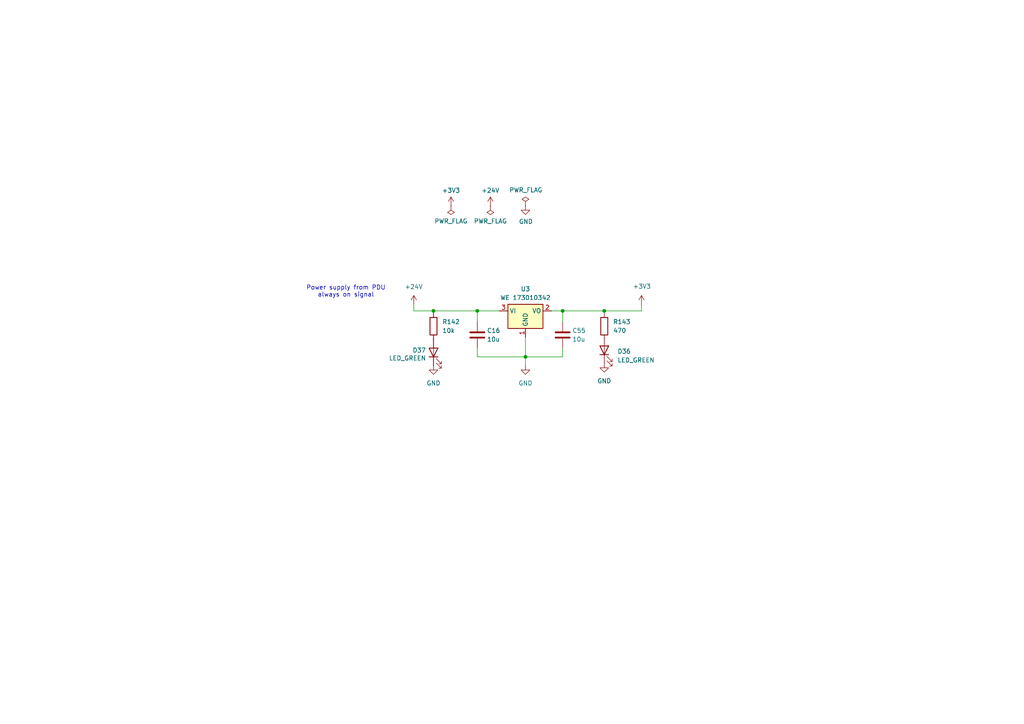
<source format=kicad_sch>
(kicad_sch
	(version 20231120)
	(generator "eeschema")
	(generator_version "8.0")
	(uuid "c4c38672-6b3c-4dab-8c31-54ece09b9735")
	(paper "A4")
	(lib_symbols
		(symbol "Device:C"
			(pin_numbers hide)
			(pin_names
				(offset 0.254)
			)
			(exclude_from_sim no)
			(in_bom yes)
			(on_board yes)
			(property "Reference" "C"
				(at 0.635 2.54 0)
				(effects
					(font
						(size 1.27 1.27)
					)
					(justify left)
				)
			)
			(property "Value" "C"
				(at 0.635 -2.54 0)
				(effects
					(font
						(size 1.27 1.27)
					)
					(justify left)
				)
			)
			(property "Footprint" ""
				(at 0.9652 -3.81 0)
				(effects
					(font
						(size 1.27 1.27)
					)
					(hide yes)
				)
			)
			(property "Datasheet" "~"
				(at 0 0 0)
				(effects
					(font
						(size 1.27 1.27)
					)
					(hide yes)
				)
			)
			(property "Description" "Unpolarized capacitor"
				(at 0 0 0)
				(effects
					(font
						(size 1.27 1.27)
					)
					(hide yes)
				)
			)
			(property "ki_keywords" "cap capacitor"
				(at 0 0 0)
				(effects
					(font
						(size 1.27 1.27)
					)
					(hide yes)
				)
			)
			(property "ki_fp_filters" "C_*"
				(at 0 0 0)
				(effects
					(font
						(size 1.27 1.27)
					)
					(hide yes)
				)
			)
			(symbol "C_0_1"
				(polyline
					(pts
						(xy -2.032 -0.762) (xy 2.032 -0.762)
					)
					(stroke
						(width 0.508)
						(type default)
					)
					(fill
						(type none)
					)
				)
				(polyline
					(pts
						(xy -2.032 0.762) (xy 2.032 0.762)
					)
					(stroke
						(width 0.508)
						(type default)
					)
					(fill
						(type none)
					)
				)
			)
			(symbol "C_1_1"
				(pin passive line
					(at 0 3.81 270)
					(length 2.794)
					(name "~"
						(effects
							(font
								(size 1.27 1.27)
							)
						)
					)
					(number "1"
						(effects
							(font
								(size 1.27 1.27)
							)
						)
					)
				)
				(pin passive line
					(at 0 -3.81 90)
					(length 2.794)
					(name "~"
						(effects
							(font
								(size 1.27 1.27)
							)
						)
					)
					(number "2"
						(effects
							(font
								(size 1.27 1.27)
							)
						)
					)
				)
			)
		)
		(symbol "Device:LED"
			(pin_numbers hide)
			(pin_names
				(offset 1.016) hide)
			(exclude_from_sim no)
			(in_bom yes)
			(on_board yes)
			(property "Reference" "D"
				(at 0 2.54 0)
				(effects
					(font
						(size 1.27 1.27)
					)
				)
			)
			(property "Value" "LED"
				(at 0 -2.54 0)
				(effects
					(font
						(size 1.27 1.27)
					)
				)
			)
			(property "Footprint" ""
				(at 0 0 0)
				(effects
					(font
						(size 1.27 1.27)
					)
					(hide yes)
				)
			)
			(property "Datasheet" "~"
				(at 0 0 0)
				(effects
					(font
						(size 1.27 1.27)
					)
					(hide yes)
				)
			)
			(property "Description" "Light emitting diode"
				(at 0 0 0)
				(effects
					(font
						(size 1.27 1.27)
					)
					(hide yes)
				)
			)
			(property "ki_keywords" "LED diode"
				(at 0 0 0)
				(effects
					(font
						(size 1.27 1.27)
					)
					(hide yes)
				)
			)
			(property "ki_fp_filters" "LED* LED_SMD:* LED_THT:*"
				(at 0 0 0)
				(effects
					(font
						(size 1.27 1.27)
					)
					(hide yes)
				)
			)
			(symbol "LED_0_1"
				(polyline
					(pts
						(xy -1.27 -1.27) (xy -1.27 1.27)
					)
					(stroke
						(width 0.254)
						(type default)
					)
					(fill
						(type none)
					)
				)
				(polyline
					(pts
						(xy -1.27 0) (xy 1.27 0)
					)
					(stroke
						(width 0)
						(type default)
					)
					(fill
						(type none)
					)
				)
				(polyline
					(pts
						(xy 1.27 -1.27) (xy 1.27 1.27) (xy -1.27 0) (xy 1.27 -1.27)
					)
					(stroke
						(width 0.254)
						(type default)
					)
					(fill
						(type none)
					)
				)
				(polyline
					(pts
						(xy -3.048 -0.762) (xy -4.572 -2.286) (xy -3.81 -2.286) (xy -4.572 -2.286) (xy -4.572 -1.524)
					)
					(stroke
						(width 0)
						(type default)
					)
					(fill
						(type none)
					)
				)
				(polyline
					(pts
						(xy -1.778 -0.762) (xy -3.302 -2.286) (xy -2.54 -2.286) (xy -3.302 -2.286) (xy -3.302 -1.524)
					)
					(stroke
						(width 0)
						(type default)
					)
					(fill
						(type none)
					)
				)
			)
			(symbol "LED_1_1"
				(pin passive line
					(at -3.81 0 0)
					(length 2.54)
					(name "K"
						(effects
							(font
								(size 1.27 1.27)
							)
						)
					)
					(number "1"
						(effects
							(font
								(size 1.27 1.27)
							)
						)
					)
				)
				(pin passive line
					(at 3.81 0 180)
					(length 2.54)
					(name "A"
						(effects
							(font
								(size 1.27 1.27)
							)
						)
					)
					(number "2"
						(effects
							(font
								(size 1.27 1.27)
							)
						)
					)
				)
			)
		)
		(symbol "Device:R"
			(pin_numbers hide)
			(pin_names
				(offset 0)
			)
			(exclude_from_sim no)
			(in_bom yes)
			(on_board yes)
			(property "Reference" "R"
				(at 2.032 0 90)
				(effects
					(font
						(size 1.27 1.27)
					)
				)
			)
			(property "Value" "R"
				(at 0 0 90)
				(effects
					(font
						(size 1.27 1.27)
					)
				)
			)
			(property "Footprint" ""
				(at -1.778 0 90)
				(effects
					(font
						(size 1.27 1.27)
					)
					(hide yes)
				)
			)
			(property "Datasheet" "~"
				(at 0 0 0)
				(effects
					(font
						(size 1.27 1.27)
					)
					(hide yes)
				)
			)
			(property "Description" "Resistor"
				(at 0 0 0)
				(effects
					(font
						(size 1.27 1.27)
					)
					(hide yes)
				)
			)
			(property "ki_keywords" "R res resistor"
				(at 0 0 0)
				(effects
					(font
						(size 1.27 1.27)
					)
					(hide yes)
				)
			)
			(property "ki_fp_filters" "R_*"
				(at 0 0 0)
				(effects
					(font
						(size 1.27 1.27)
					)
					(hide yes)
				)
			)
			(symbol "R_0_1"
				(rectangle
					(start -1.016 -2.54)
					(end 1.016 2.54)
					(stroke
						(width 0.254)
						(type default)
					)
					(fill
						(type none)
					)
				)
			)
			(symbol "R_1_1"
				(pin passive line
					(at 0 3.81 270)
					(length 1.27)
					(name "~"
						(effects
							(font
								(size 1.27 1.27)
							)
						)
					)
					(number "1"
						(effects
							(font
								(size 1.27 1.27)
							)
						)
					)
				)
				(pin passive line
					(at 0 -3.81 90)
					(length 1.27)
					(name "~"
						(effects
							(font
								(size 1.27 1.27)
							)
						)
					)
					(number "2"
						(effects
							(font
								(size 1.27 1.27)
							)
						)
					)
				)
			)
		)
		(symbol "Regulator_Linear:LD1117S33TR_SOT223"
			(exclude_from_sim no)
			(in_bom yes)
			(on_board yes)
			(property "Reference" "U"
				(at -3.81 3.175 0)
				(effects
					(font
						(size 1.27 1.27)
					)
				)
			)
			(property "Value" "LD1117S33TR_SOT223"
				(at 0 3.175 0)
				(effects
					(font
						(size 1.27 1.27)
					)
					(justify left)
				)
			)
			(property "Footprint" "Package_TO_SOT_SMD:SOT-223-3_TabPin2"
				(at 0 5.08 0)
				(effects
					(font
						(size 1.27 1.27)
					)
					(hide yes)
				)
			)
			(property "Datasheet" "http://www.st.com/st-web-ui/static/active/en/resource/technical/document/datasheet/CD00000544.pdf"
				(at 2.54 -6.35 0)
				(effects
					(font
						(size 1.27 1.27)
					)
					(hide yes)
				)
			)
			(property "Description" "800mA Fixed Low Drop Positive Voltage Regulator, Fixed Output 3.3V, SOT-223"
				(at 0 0 0)
				(effects
					(font
						(size 1.27 1.27)
					)
					(hide yes)
				)
			)
			(property "ki_keywords" "REGULATOR LDO 3.3V"
				(at 0 0 0)
				(effects
					(font
						(size 1.27 1.27)
					)
					(hide yes)
				)
			)
			(property "ki_fp_filters" "SOT?223*TabPin2*"
				(at 0 0 0)
				(effects
					(font
						(size 1.27 1.27)
					)
					(hide yes)
				)
			)
			(symbol "LD1117S33TR_SOT223_0_1"
				(rectangle
					(start -5.08 -5.08)
					(end 5.08 1.905)
					(stroke
						(width 0.254)
						(type default)
					)
					(fill
						(type background)
					)
				)
			)
			(symbol "LD1117S33TR_SOT223_1_1"
				(pin power_in line
					(at 0 -7.62 90)
					(length 2.54)
					(name "GND"
						(effects
							(font
								(size 1.27 1.27)
							)
						)
					)
					(number "1"
						(effects
							(font
								(size 1.27 1.27)
							)
						)
					)
				)
				(pin power_out line
					(at 7.62 0 180)
					(length 2.54)
					(name "VO"
						(effects
							(font
								(size 1.27 1.27)
							)
						)
					)
					(number "2"
						(effects
							(font
								(size 1.27 1.27)
							)
						)
					)
				)
				(pin power_in line
					(at -7.62 0 0)
					(length 2.54)
					(name "VI"
						(effects
							(font
								(size 1.27 1.27)
							)
						)
					)
					(number "3"
						(effects
							(font
								(size 1.27 1.27)
							)
						)
					)
				)
			)
		)
		(symbol "power:+12V"
			(power)
			(pin_numbers hide)
			(pin_names
				(offset 0) hide)
			(exclude_from_sim no)
			(in_bom yes)
			(on_board yes)
			(property "Reference" "#PWR"
				(at 0 -3.81 0)
				(effects
					(font
						(size 1.27 1.27)
					)
					(hide yes)
				)
			)
			(property "Value" "+12V"
				(at 0 3.556 0)
				(effects
					(font
						(size 1.27 1.27)
					)
				)
			)
			(property "Footprint" ""
				(at 0 0 0)
				(effects
					(font
						(size 1.27 1.27)
					)
					(hide yes)
				)
			)
			(property "Datasheet" ""
				(at 0 0 0)
				(effects
					(font
						(size 1.27 1.27)
					)
					(hide yes)
				)
			)
			(property "Description" "Power symbol creates a global label with name \"+12V\""
				(at 0 0 0)
				(effects
					(font
						(size 1.27 1.27)
					)
					(hide yes)
				)
			)
			(property "ki_keywords" "global power"
				(at 0 0 0)
				(effects
					(font
						(size 1.27 1.27)
					)
					(hide yes)
				)
			)
			(symbol "+12V_0_1"
				(polyline
					(pts
						(xy -0.762 1.27) (xy 0 2.54)
					)
					(stroke
						(width 0)
						(type default)
					)
					(fill
						(type none)
					)
				)
				(polyline
					(pts
						(xy 0 0) (xy 0 2.54)
					)
					(stroke
						(width 0)
						(type default)
					)
					(fill
						(type none)
					)
				)
				(polyline
					(pts
						(xy 0 2.54) (xy 0.762 1.27)
					)
					(stroke
						(width 0)
						(type default)
					)
					(fill
						(type none)
					)
				)
			)
			(symbol "+12V_1_1"
				(pin power_in line
					(at 0 0 90)
					(length 0)
					(name "~"
						(effects
							(font
								(size 1.27 1.27)
							)
						)
					)
					(number "1"
						(effects
							(font
								(size 1.27 1.27)
							)
						)
					)
				)
			)
		)
		(symbol "power:+24V"
			(power)
			(pin_numbers hide)
			(pin_names
				(offset 0) hide)
			(exclude_from_sim no)
			(in_bom yes)
			(on_board yes)
			(property "Reference" "#PWR"
				(at 0 -3.81 0)
				(effects
					(font
						(size 1.27 1.27)
					)
					(hide yes)
				)
			)
			(property "Value" "+24V"
				(at 0 3.556 0)
				(effects
					(font
						(size 1.27 1.27)
					)
				)
			)
			(property "Footprint" ""
				(at 0 0 0)
				(effects
					(font
						(size 1.27 1.27)
					)
					(hide yes)
				)
			)
			(property "Datasheet" ""
				(at 0 0 0)
				(effects
					(font
						(size 1.27 1.27)
					)
					(hide yes)
				)
			)
			(property "Description" "Power symbol creates a global label with name \"+24V\""
				(at 0 0 0)
				(effects
					(font
						(size 1.27 1.27)
					)
					(hide yes)
				)
			)
			(property "ki_keywords" "global power"
				(at 0 0 0)
				(effects
					(font
						(size 1.27 1.27)
					)
					(hide yes)
				)
			)
			(symbol "+24V_0_1"
				(polyline
					(pts
						(xy -0.762 1.27) (xy 0 2.54)
					)
					(stroke
						(width 0)
						(type default)
					)
					(fill
						(type none)
					)
				)
				(polyline
					(pts
						(xy 0 0) (xy 0 2.54)
					)
					(stroke
						(width 0)
						(type default)
					)
					(fill
						(type none)
					)
				)
				(polyline
					(pts
						(xy 0 2.54) (xy 0.762 1.27)
					)
					(stroke
						(width 0)
						(type default)
					)
					(fill
						(type none)
					)
				)
			)
			(symbol "+24V_1_1"
				(pin power_in line
					(at 0 0 90)
					(length 0)
					(name "~"
						(effects
							(font
								(size 1.27 1.27)
							)
						)
					)
					(number "1"
						(effects
							(font
								(size 1.27 1.27)
							)
						)
					)
				)
			)
		)
		(symbol "power:+3V3"
			(power)
			(pin_numbers hide)
			(pin_names
				(offset 0) hide)
			(exclude_from_sim no)
			(in_bom yes)
			(on_board yes)
			(property "Reference" "#PWR"
				(at 0 -3.81 0)
				(effects
					(font
						(size 1.27 1.27)
					)
					(hide yes)
				)
			)
			(property "Value" "+3V3"
				(at 0 3.556 0)
				(effects
					(font
						(size 1.27 1.27)
					)
				)
			)
			(property "Footprint" ""
				(at 0 0 0)
				(effects
					(font
						(size 1.27 1.27)
					)
					(hide yes)
				)
			)
			(property "Datasheet" ""
				(at 0 0 0)
				(effects
					(font
						(size 1.27 1.27)
					)
					(hide yes)
				)
			)
			(property "Description" "Power symbol creates a global label with name \"+3V3\""
				(at 0 0 0)
				(effects
					(font
						(size 1.27 1.27)
					)
					(hide yes)
				)
			)
			(property "ki_keywords" "global power"
				(at 0 0 0)
				(effects
					(font
						(size 1.27 1.27)
					)
					(hide yes)
				)
			)
			(symbol "+3V3_0_1"
				(polyline
					(pts
						(xy -0.762 1.27) (xy 0 2.54)
					)
					(stroke
						(width 0)
						(type default)
					)
					(fill
						(type none)
					)
				)
				(polyline
					(pts
						(xy 0 0) (xy 0 2.54)
					)
					(stroke
						(width 0)
						(type default)
					)
					(fill
						(type none)
					)
				)
				(polyline
					(pts
						(xy 0 2.54) (xy 0.762 1.27)
					)
					(stroke
						(width 0)
						(type default)
					)
					(fill
						(type none)
					)
				)
			)
			(symbol "+3V3_1_1"
				(pin power_in line
					(at 0 0 90)
					(length 0)
					(name "~"
						(effects
							(font
								(size 1.27 1.27)
							)
						)
					)
					(number "1"
						(effects
							(font
								(size 1.27 1.27)
							)
						)
					)
				)
			)
		)
		(symbol "power:GND"
			(power)
			(pin_numbers hide)
			(pin_names
				(offset 0) hide)
			(exclude_from_sim no)
			(in_bom yes)
			(on_board yes)
			(property "Reference" "#PWR"
				(at 0 -6.35 0)
				(effects
					(font
						(size 1.27 1.27)
					)
					(hide yes)
				)
			)
			(property "Value" "GND"
				(at 0 -3.81 0)
				(effects
					(font
						(size 1.27 1.27)
					)
				)
			)
			(property "Footprint" ""
				(at 0 0 0)
				(effects
					(font
						(size 1.27 1.27)
					)
					(hide yes)
				)
			)
			(property "Datasheet" ""
				(at 0 0 0)
				(effects
					(font
						(size 1.27 1.27)
					)
					(hide yes)
				)
			)
			(property "Description" "Power symbol creates a global label with name \"GND\" , ground"
				(at 0 0 0)
				(effects
					(font
						(size 1.27 1.27)
					)
					(hide yes)
				)
			)
			(property "ki_keywords" "global power"
				(at 0 0 0)
				(effects
					(font
						(size 1.27 1.27)
					)
					(hide yes)
				)
			)
			(symbol "GND_0_1"
				(polyline
					(pts
						(xy 0 0) (xy 0 -1.27) (xy 1.27 -1.27) (xy 0 -2.54) (xy -1.27 -1.27) (xy 0 -1.27)
					)
					(stroke
						(width 0)
						(type default)
					)
					(fill
						(type none)
					)
				)
			)
			(symbol "GND_1_1"
				(pin power_in line
					(at 0 0 270)
					(length 0)
					(name "~"
						(effects
							(font
								(size 1.27 1.27)
							)
						)
					)
					(number "1"
						(effects
							(font
								(size 1.27 1.27)
							)
						)
					)
				)
			)
		)
		(symbol "power:PWR_FLAG"
			(power)
			(pin_numbers hide)
			(pin_names
				(offset 0) hide)
			(exclude_from_sim no)
			(in_bom yes)
			(on_board yes)
			(property "Reference" "#FLG"
				(at 0 1.905 0)
				(effects
					(font
						(size 1.27 1.27)
					)
					(hide yes)
				)
			)
			(property "Value" "PWR_FLAG"
				(at 0 3.81 0)
				(effects
					(font
						(size 1.27 1.27)
					)
				)
			)
			(property "Footprint" ""
				(at 0 0 0)
				(effects
					(font
						(size 1.27 1.27)
					)
					(hide yes)
				)
			)
			(property "Datasheet" "~"
				(at 0 0 0)
				(effects
					(font
						(size 1.27 1.27)
					)
					(hide yes)
				)
			)
			(property "Description" "Special symbol for telling ERC where power comes from"
				(at 0 0 0)
				(effects
					(font
						(size 1.27 1.27)
					)
					(hide yes)
				)
			)
			(property "ki_keywords" "flag power"
				(at 0 0 0)
				(effects
					(font
						(size 1.27 1.27)
					)
					(hide yes)
				)
			)
			(symbol "PWR_FLAG_0_0"
				(pin power_out line
					(at 0 0 90)
					(length 0)
					(name "~"
						(effects
							(font
								(size 1.27 1.27)
							)
						)
					)
					(number "1"
						(effects
							(font
								(size 1.27 1.27)
							)
						)
					)
				)
			)
			(symbol "PWR_FLAG_0_1"
				(polyline
					(pts
						(xy 0 0) (xy 0 1.27) (xy -1.016 1.905) (xy 0 2.54) (xy 1.016 1.905) (xy 0 1.27)
					)
					(stroke
						(width 0)
						(type default)
					)
					(fill
						(type none)
					)
				)
			)
		)
	)
	(junction
		(at 152.4 103.505)
		(diameter 0)
		(color 0 0 0 0)
		(uuid "167e6b44-a701-49d9-b9b1-535b54020454")
	)
	(junction
		(at 125.73 90.17)
		(diameter 0)
		(color 0 0 0 0)
		(uuid "25254d2e-c1bf-479f-8491-568c79034290")
	)
	(junction
		(at 163.195 90.17)
		(diameter 0)
		(color 0 0 0 0)
		(uuid "36a28570-0739-4fbb-8c63-a8dc07b8f0e7")
	)
	(junction
		(at 175.26 90.17)
		(diameter 0)
		(color 0 0 0 0)
		(uuid "4057cf2d-5a72-498a-a1ac-af97c9deaf99")
	)
	(junction
		(at 138.43 90.17)
		(diameter 0)
		(color 0 0 0 0)
		(uuid "64ab6930-a325-4b30-8d60-efc0f79dec13")
	)
	(wire
		(pts
			(xy 120.015 88.265) (xy 120.015 90.17)
		)
		(stroke
			(width 0)
			(type default)
		)
		(uuid "0367e941-6121-4639-99a9-fc710642e4a5")
	)
	(wire
		(pts
			(xy 138.43 93.345) (xy 138.43 90.17)
		)
		(stroke
			(width 0)
			(type default)
		)
		(uuid "0b25a675-1e53-4073-b80b-f9fc4625a7ce")
	)
	(wire
		(pts
			(xy 138.43 90.17) (xy 144.78 90.17)
		)
		(stroke
			(width 0)
			(type default)
		)
		(uuid "16578279-b70b-4e68-95e3-baff4dc9d26b")
	)
	(wire
		(pts
			(xy 120.015 90.17) (xy 125.73 90.17)
		)
		(stroke
			(width 0)
			(type default)
		)
		(uuid "1c0ac02e-28c5-4c13-a4eb-161c20d96bd5")
	)
	(wire
		(pts
			(xy 152.4 97.79) (xy 152.4 103.505)
		)
		(stroke
			(width 0)
			(type default)
		)
		(uuid "2fc3c4ba-4b90-4758-ae2d-8ca3a8b39516")
	)
	(wire
		(pts
			(xy 186.055 88.265) (xy 186.055 90.17)
		)
		(stroke
			(width 0)
			(type default)
		)
		(uuid "323d820d-11f8-45e5-8cd8-b98ce3f3319e")
	)
	(wire
		(pts
			(xy 152.4 106.045) (xy 152.4 103.505)
		)
		(stroke
			(width 0)
			(type default)
		)
		(uuid "341eef2d-d77f-4f46-8336-277d5d4c0dab")
	)
	(wire
		(pts
			(xy 125.73 90.805) (xy 125.73 90.17)
		)
		(stroke
			(width 0)
			(type default)
		)
		(uuid "3a7f379a-38c2-4416-8bcc-d81e0d7889f8")
	)
	(wire
		(pts
			(xy 125.73 90.17) (xy 138.43 90.17)
		)
		(stroke
			(width 0)
			(type default)
		)
		(uuid "40b260a0-df87-4aa1-b65c-ee1629be028b")
	)
	(wire
		(pts
			(xy 152.4 103.505) (xy 163.195 103.505)
		)
		(stroke
			(width 0)
			(type default)
		)
		(uuid "6d2f07a0-a4d0-4f2a-9788-2ae9ec4f9090")
	)
	(wire
		(pts
			(xy 163.195 90.17) (xy 175.26 90.17)
		)
		(stroke
			(width 0)
			(type default)
		)
		(uuid "6fe911ef-8b04-4e0b-8a78-8e18e553d8f2")
	)
	(wire
		(pts
			(xy 163.195 100.965) (xy 163.195 103.505)
		)
		(stroke
			(width 0)
			(type default)
		)
		(uuid "95a0774f-8209-4e56-8251-adddd6f20530")
	)
	(wire
		(pts
			(xy 160.02 90.17) (xy 163.195 90.17)
		)
		(stroke
			(width 0)
			(type default)
		)
		(uuid "9e2049f8-5a39-409a-bec2-788249429787")
	)
	(wire
		(pts
			(xy 138.43 103.505) (xy 138.43 100.965)
		)
		(stroke
			(width 0)
			(type default)
		)
		(uuid "a773d059-2fea-4862-9c65-83b40cd59ce5")
	)
	(wire
		(pts
			(xy 175.26 98.425) (xy 175.26 97.79)
		)
		(stroke
			(width 0)
			(type default)
		)
		(uuid "bfd69b33-4081-4729-bc55-5b86a042f4bb")
	)
	(wire
		(pts
			(xy 175.26 90.17) (xy 186.055 90.17)
		)
		(stroke
			(width 0)
			(type default)
		)
		(uuid "c39c4a1b-0d3d-41cc-8c06-8df7796950df")
	)
	(wire
		(pts
			(xy 175.26 90.805) (xy 175.26 90.17)
		)
		(stroke
			(width 0)
			(type default)
		)
		(uuid "cf137c2f-4180-4f87-8845-10971dc57db6")
	)
	(wire
		(pts
			(xy 138.43 103.505) (xy 152.4 103.505)
		)
		(stroke
			(width 0)
			(type default)
		)
		(uuid "d6339de2-e6c6-4c4f-aeca-b5a05d3de107")
	)
	(wire
		(pts
			(xy 163.195 93.345) (xy 163.195 90.17)
		)
		(stroke
			(width 0)
			(type default)
		)
		(uuid "e964ae8c-ad0a-4f6a-894e-bcfb706a2b6e")
	)
	(text "Power supply from PDU\nalways on signal"
		(exclude_from_sim no)
		(at 100.33 84.582 0)
		(effects
			(font
				(size 1.27 1.27)
			)
		)
		(uuid "ef34c213-c27f-4d54-b077-65f8f8610779")
	)
	(symbol
		(lib_id "power:+12V")
		(at 142.24 59.69 0)
		(unit 1)
		(exclude_from_sim no)
		(in_bom yes)
		(on_board yes)
		(dnp no)
		(fields_autoplaced yes)
		(uuid "05fe2031-c35e-4760-81e5-c579623f0cc4")
		(property "Reference" "#PWR064"
			(at 142.24 63.5 0)
			(effects
				(font
					(size 1.27 1.27)
				)
				(hide yes)
			)
		)
		(property "Value" "+24V"
			(at 142.24 55.245 0)
			(effects
				(font
					(size 1.27 1.27)
				)
			)
		)
		(property "Footprint" ""
			(at 142.24 59.69 0)
			(effects
				(font
					(size 1.27 1.27)
				)
				(hide yes)
			)
		)
		(property "Datasheet" ""
			(at 142.24 59.69 0)
			(effects
				(font
					(size 1.27 1.27)
				)
				(hide yes)
			)
		)
		(property "Description" "Power symbol creates a global label with name \"+12V\""
			(at 142.24 59.69 0)
			(effects
				(font
					(size 1.27 1.27)
				)
				(hide yes)
			)
		)
		(pin "1"
			(uuid "21a03b05-e6ac-4b7e-96cd-ecdd18278857")
		)
		(instances
			(project "Master_FT25"
				(path "/e63e39d7-6ac0-4ffd-8aa3-1841a4541b55/22dc17c4-8352-43f2-bb65-d704323b2333"
					(reference "#PWR064")
					(unit 1)
				)
			)
		)
	)
	(symbol
		(lib_id "Device:C")
		(at 163.195 97.155 0)
		(unit 1)
		(exclude_from_sim no)
		(in_bom yes)
		(on_board yes)
		(dnp no)
		(uuid "099d63bd-3e46-4ee1-91a6-81b2d01bf7e8")
		(property "Reference" "C55"
			(at 165.989 95.885 0)
			(effects
				(font
					(size 1.27 1.27)
				)
				(justify left)
			)
		)
		(property "Value" "10u"
			(at 165.989 98.425 0)
			(effects
				(font
					(size 1.27 1.27)
				)
				(justify left)
			)
		)
		(property "Footprint" "Capacitor_SMD:C_1206_3216Metric"
			(at 164.1602 100.965 0)
			(effects
				(font
					(size 1.27 1.27)
				)
				(hide yes)
			)
		)
		(property "Datasheet" "~"
			(at 163.195 97.155 0)
			(effects
				(font
					(size 1.27 1.27)
				)
				(hide yes)
			)
		)
		(property "Description" "50V, X5R"
			(at 163.195 97.155 0)
			(effects
				(font
					(size 1.27 1.27)
				)
				(hide yes)
			)
		)
		(pin "2"
			(uuid "9e9609b5-40fc-49de-9969-7f6a4895b7a7")
		)
		(pin "1"
			(uuid "abcd2950-e354-4358-a9b5-e228122818b8")
		)
		(instances
			(project "Master_FT25"
				(path "/e63e39d7-6ac0-4ffd-8aa3-1841a4541b55/22dc17c4-8352-43f2-bb65-d704323b2333"
					(reference "C55")
					(unit 1)
				)
			)
		)
	)
	(symbol
		(lib_id "power:+3V3")
		(at 130.81 59.69 0)
		(unit 1)
		(exclude_from_sim no)
		(in_bom yes)
		(on_board yes)
		(dnp no)
		(fields_autoplaced yes)
		(uuid "0d4a8596-0c97-42e2-9afd-3a071f41e606")
		(property "Reference" "#PWR0127"
			(at 130.81 63.5 0)
			(effects
				(font
					(size 1.27 1.27)
				)
				(hide yes)
			)
		)
		(property "Value" "+3V3"
			(at 130.81 55.245 0)
			(effects
				(font
					(size 1.27 1.27)
				)
			)
		)
		(property "Footprint" ""
			(at 130.81 59.69 0)
			(effects
				(font
					(size 1.27 1.27)
				)
				(hide yes)
			)
		)
		(property "Datasheet" ""
			(at 130.81 59.69 0)
			(effects
				(font
					(size 1.27 1.27)
				)
				(hide yes)
			)
		)
		(property "Description" "Power symbol creates a global label with name \"+3V3\""
			(at 130.81 59.69 0)
			(effects
				(font
					(size 1.27 1.27)
				)
				(hide yes)
			)
		)
		(pin "1"
			(uuid "968ae856-fe26-41b6-a171-13e5d1b5cf41")
		)
		(instances
			(project "Master_FT25"
				(path "/e63e39d7-6ac0-4ffd-8aa3-1841a4541b55/22dc17c4-8352-43f2-bb65-d704323b2333"
					(reference "#PWR0127")
					(unit 1)
				)
			)
		)
	)
	(symbol
		(lib_id "power:GND")
		(at 125.73 106.045 0)
		(unit 1)
		(exclude_from_sim no)
		(in_bom yes)
		(on_board yes)
		(dnp no)
		(fields_autoplaced yes)
		(uuid "2ed4f1aa-ab13-44a8-8d75-6e65ef039d8a")
		(property "Reference" "#PWR0133"
			(at 125.73 112.395 0)
			(effects
				(font
					(size 1.27 1.27)
				)
				(hide yes)
			)
		)
		(property "Value" "GND"
			(at 125.73 111.125 0)
			(effects
				(font
					(size 1.27 1.27)
				)
			)
		)
		(property "Footprint" ""
			(at 125.73 106.045 0)
			(effects
				(font
					(size 1.27 1.27)
				)
				(hide yes)
			)
		)
		(property "Datasheet" ""
			(at 125.73 106.045 0)
			(effects
				(font
					(size 1.27 1.27)
				)
				(hide yes)
			)
		)
		(property "Description" "Power symbol creates a global label with name \"GND\" , ground"
			(at 125.73 106.045 0)
			(effects
				(font
					(size 1.27 1.27)
				)
				(hide yes)
			)
		)
		(pin "1"
			(uuid "85293135-61de-463a-bfd3-09dae3fee287")
		)
		(instances
			(project "Master_FT25"
				(path "/e63e39d7-6ac0-4ffd-8aa3-1841a4541b55/22dc17c4-8352-43f2-bb65-d704323b2333"
					(reference "#PWR0133")
					(unit 1)
				)
			)
		)
	)
	(symbol
		(lib_id "power:+3V3")
		(at 186.055 88.265 0)
		(unit 1)
		(exclude_from_sim no)
		(in_bom yes)
		(on_board yes)
		(dnp no)
		(uuid "3ffe5611-8a90-45b9-af9b-f3890e18850d")
		(property "Reference" "#PWR028"
			(at 186.055 92.075 0)
			(effects
				(font
					(size 1.27 1.27)
				)
				(hide yes)
			)
		)
		(property "Value" "+3V3"
			(at 186.182 83.058 0)
			(effects
				(font
					(size 1.27 1.27)
				)
			)
		)
		(property "Footprint" ""
			(at 186.055 88.265 0)
			(effects
				(font
					(size 1.27 1.27)
				)
				(hide yes)
			)
		)
		(property "Datasheet" ""
			(at 186.055 88.265 0)
			(effects
				(font
					(size 1.27 1.27)
				)
				(hide yes)
			)
		)
		(property "Description" "Power symbol creates a global label with name \"+3V3\""
			(at 186.055 88.265 0)
			(effects
				(font
					(size 1.27 1.27)
				)
				(hide yes)
			)
		)
		(pin "1"
			(uuid "421ef6fe-611a-48a7-a753-488c2103358a")
		)
		(instances
			(project "Master_FT25"
				(path "/e63e39d7-6ac0-4ffd-8aa3-1841a4541b55/22dc17c4-8352-43f2-bb65-d704323b2333"
					(reference "#PWR028")
					(unit 1)
				)
			)
		)
	)
	(symbol
		(lib_id "Device:R")
		(at 175.26 94.615 0)
		(unit 1)
		(exclude_from_sim no)
		(in_bom yes)
		(on_board yes)
		(dnp no)
		(fields_autoplaced yes)
		(uuid "40312227-b495-4423-8dcf-d35ca558db64")
		(property "Reference" "R143"
			(at 177.8 93.3449 0)
			(effects
				(font
					(size 1.27 1.27)
				)
				(justify left)
			)
		)
		(property "Value" "470"
			(at 177.8 95.8849 0)
			(effects
				(font
					(size 1.27 1.27)
				)
				(justify left)
			)
		)
		(property "Footprint" "Resistor_SMD:R_0603_1608Metric"
			(at 173.482 94.615 90)
			(effects
				(font
					(size 1.27 1.27)
				)
				(hide yes)
			)
		)
		(property "Datasheet" "~"
			(at 175.26 94.615 0)
			(effects
				(font
					(size 1.27 1.27)
				)
				(hide yes)
			)
		)
		(property "Description" "Resistor"
			(at 175.26 94.615 0)
			(effects
				(font
					(size 1.27 1.27)
				)
				(hide yes)
			)
		)
		(pin "1"
			(uuid "0d7b6fee-3d14-437a-8754-88b6ffd7232b")
		)
		(pin "2"
			(uuid "a924cbb2-b692-4a00-9bdd-b5bd305620d0")
		)
		(instances
			(project "Master_FT25"
				(path "/e63e39d7-6ac0-4ffd-8aa3-1841a4541b55/22dc17c4-8352-43f2-bb65-d704323b2333"
					(reference "R143")
					(unit 1)
				)
			)
		)
	)
	(symbol
		(lib_id "power:PWR_FLAG")
		(at 130.81 59.69 180)
		(unit 1)
		(exclude_from_sim no)
		(in_bom yes)
		(on_board yes)
		(dnp no)
		(fields_autoplaced yes)
		(uuid "48421e3f-db65-420a-8e94-5d1584337c89")
		(property "Reference" "#FLG01"
			(at 130.81 61.595 0)
			(effects
				(font
					(size 1.27 1.27)
				)
				(hide yes)
			)
		)
		(property "Value" "PWR_FLAG"
			(at 130.81 64.135 0)
			(effects
				(font
					(size 1.27 1.27)
				)
			)
		)
		(property "Footprint" ""
			(at 130.81 59.69 0)
			(effects
				(font
					(size 1.27 1.27)
				)
				(hide yes)
			)
		)
		(property "Datasheet" "~"
			(at 130.81 59.69 0)
			(effects
				(font
					(size 1.27 1.27)
				)
				(hide yes)
			)
		)
		(property "Description" "Special symbol for telling ERC where power comes from"
			(at 130.81 59.69 0)
			(effects
				(font
					(size 1.27 1.27)
				)
				(hide yes)
			)
		)
		(pin "1"
			(uuid "70ecdce8-5e3a-4a49-85df-ca372495f5b2")
		)
		(instances
			(project "Master_FT25"
				(path "/e63e39d7-6ac0-4ffd-8aa3-1841a4541b55/22dc17c4-8352-43f2-bb65-d704323b2333"
					(reference "#FLG01")
					(unit 1)
				)
			)
		)
	)
	(symbol
		(lib_id "Device:C")
		(at 138.43 97.155 0)
		(unit 1)
		(exclude_from_sim no)
		(in_bom yes)
		(on_board yes)
		(dnp no)
		(uuid "4d0fcda6-afb8-4122-893d-5f49d7172272")
		(property "Reference" "C16"
			(at 141.224 95.885 0)
			(effects
				(font
					(size 1.27 1.27)
				)
				(justify left)
			)
		)
		(property "Value" "10u"
			(at 141.224 98.425 0)
			(effects
				(font
					(size 1.27 1.27)
				)
				(justify left)
			)
		)
		(property "Footprint" "Capacitor_SMD:C_1206_3216Metric"
			(at 139.3952 100.965 0)
			(effects
				(font
					(size 1.27 1.27)
				)
				(hide yes)
			)
		)
		(property "Datasheet" "~"
			(at 138.43 97.155 0)
			(effects
				(font
					(size 1.27 1.27)
				)
				(hide yes)
			)
		)
		(property "Description" "50V, X5R"
			(at 138.43 97.155 0)
			(effects
				(font
					(size 1.27 1.27)
				)
				(hide yes)
			)
		)
		(pin "2"
			(uuid "21b51a57-8bc0-433b-9e86-54a7be6e36c4")
		)
		(pin "1"
			(uuid "f74a2ab5-8e90-46c2-ac1b-c7cc67c974af")
		)
		(instances
			(project "Master_FT25"
				(path "/e63e39d7-6ac0-4ffd-8aa3-1841a4541b55/22dc17c4-8352-43f2-bb65-d704323b2333"
					(reference "C16")
					(unit 1)
				)
			)
		)
	)
	(symbol
		(lib_id "power:GND")
		(at 175.26 105.41 0)
		(unit 1)
		(exclude_from_sim no)
		(in_bom yes)
		(on_board yes)
		(dnp no)
		(fields_autoplaced yes)
		(uuid "58fbfd2f-a307-4633-9e1c-2b85d468d817")
		(property "Reference" "#PWR0130"
			(at 175.26 111.76 0)
			(effects
				(font
					(size 1.27 1.27)
				)
				(hide yes)
			)
		)
		(property "Value" "GND"
			(at 175.26 110.49 0)
			(effects
				(font
					(size 1.27 1.27)
				)
			)
		)
		(property "Footprint" ""
			(at 175.26 105.41 0)
			(effects
				(font
					(size 1.27 1.27)
				)
				(hide yes)
			)
		)
		(property "Datasheet" ""
			(at 175.26 105.41 0)
			(effects
				(font
					(size 1.27 1.27)
				)
				(hide yes)
			)
		)
		(property "Description" "Power symbol creates a global label with name \"GND\" , ground"
			(at 175.26 105.41 0)
			(effects
				(font
					(size 1.27 1.27)
				)
				(hide yes)
			)
		)
		(pin "1"
			(uuid "cb8bf0ff-28b4-44eb-a2da-ca3a5ec1d77f")
		)
		(instances
			(project "Master_FT25"
				(path "/e63e39d7-6ac0-4ffd-8aa3-1841a4541b55/22dc17c4-8352-43f2-bb65-d704323b2333"
					(reference "#PWR0130")
					(unit 1)
				)
			)
		)
	)
	(symbol
		(lib_id "power:GND")
		(at 152.4 59.69 0)
		(unit 1)
		(exclude_from_sim no)
		(in_bom yes)
		(on_board yes)
		(dnp no)
		(uuid "5a2f6a9c-66f2-4e5a-a845-7ebf3146ebe3")
		(property "Reference" "#PWR065"
			(at 152.4 66.04 0)
			(effects
				(font
					(size 1.27 1.27)
				)
				(hide yes)
			)
		)
		(property "Value" "GND"
			(at 152.527 64.262 0)
			(effects
				(font
					(size 1.27 1.27)
				)
			)
		)
		(property "Footprint" ""
			(at 152.4 59.69 0)
			(effects
				(font
					(size 1.27 1.27)
				)
				(hide yes)
			)
		)
		(property "Datasheet" ""
			(at 152.4 59.69 0)
			(effects
				(font
					(size 1.27 1.27)
				)
				(hide yes)
			)
		)
		(property "Description" "Power symbol creates a global label with name \"GND\" , ground"
			(at 152.4 59.69 0)
			(effects
				(font
					(size 1.27 1.27)
				)
				(hide yes)
			)
		)
		(pin "1"
			(uuid "b3e8c892-ac66-4d9d-90ad-9c199dc143d6")
		)
		(instances
			(project "Master_FT25"
				(path "/e63e39d7-6ac0-4ffd-8aa3-1841a4541b55/22dc17c4-8352-43f2-bb65-d704323b2333"
					(reference "#PWR065")
					(unit 1)
				)
			)
		)
	)
	(symbol
		(lib_id "power:PWR_FLAG")
		(at 142.24 59.69 180)
		(unit 1)
		(exclude_from_sim no)
		(in_bom yes)
		(on_board yes)
		(dnp no)
		(fields_autoplaced yes)
		(uuid "5c5c7b4d-1a50-4542-81f9-e004033ce690")
		(property "Reference" "#FLG02"
			(at 142.24 61.595 0)
			(effects
				(font
					(size 1.27 1.27)
				)
				(hide yes)
			)
		)
		(property "Value" "PWR_FLAG"
			(at 142.24 64.135 0)
			(effects
				(font
					(size 1.27 1.27)
				)
			)
		)
		(property "Footprint" ""
			(at 142.24 59.69 0)
			(effects
				(font
					(size 1.27 1.27)
				)
				(hide yes)
			)
		)
		(property "Datasheet" "~"
			(at 142.24 59.69 0)
			(effects
				(font
					(size 1.27 1.27)
				)
				(hide yes)
			)
		)
		(property "Description" "Special symbol for telling ERC where power comes from"
			(at 142.24 59.69 0)
			(effects
				(font
					(size 1.27 1.27)
				)
				(hide yes)
			)
		)
		(pin "1"
			(uuid "a3610794-8dba-4c36-8061-4595eb97e459")
		)
		(instances
			(project "Master_FT25"
				(path "/e63e39d7-6ac0-4ffd-8aa3-1841a4541b55/22dc17c4-8352-43f2-bb65-d704323b2333"
					(reference "#FLG02")
					(unit 1)
				)
			)
		)
	)
	(symbol
		(lib_id "power:PWR_FLAG")
		(at 152.4 59.69 0)
		(unit 1)
		(exclude_from_sim no)
		(in_bom yes)
		(on_board yes)
		(dnp no)
		(uuid "64115506-e35f-48d1-8621-127845a8fc5f")
		(property "Reference" "#FLG04"
			(at 152.4 57.785 0)
			(effects
				(font
					(size 1.27 1.27)
				)
				(hide yes)
			)
		)
		(property "Value" "PWR_FLAG"
			(at 152.527 55.118 0)
			(effects
				(font
					(size 1.27 1.27)
				)
			)
		)
		(property "Footprint" ""
			(at 152.4 59.69 0)
			(effects
				(font
					(size 1.27 1.27)
				)
				(hide yes)
			)
		)
		(property "Datasheet" "~"
			(at 152.4 59.69 0)
			(effects
				(font
					(size 1.27 1.27)
				)
				(hide yes)
			)
		)
		(property "Description" "Special symbol for telling ERC where power comes from"
			(at 152.4 59.69 0)
			(effects
				(font
					(size 1.27 1.27)
				)
				(hide yes)
			)
		)
		(pin "1"
			(uuid "92c3e46c-5fc1-4478-8c55-22ad83052a6b")
		)
		(instances
			(project "Master_FT25"
				(path "/e63e39d7-6ac0-4ffd-8aa3-1841a4541b55/22dc17c4-8352-43f2-bb65-d704323b2333"
					(reference "#FLG04")
					(unit 1)
				)
			)
		)
	)
	(symbol
		(lib_id "Device:R")
		(at 125.73 94.615 0)
		(unit 1)
		(exclude_from_sim no)
		(in_bom yes)
		(on_board yes)
		(dnp no)
		(fields_autoplaced yes)
		(uuid "88c06a44-b915-4c45-9a4f-4deee37892bf")
		(property "Reference" "R142"
			(at 128.27 93.3449 0)
			(effects
				(font
					(size 1.27 1.27)
				)
				(justify left)
			)
		)
		(property "Value" "10k"
			(at 128.27 95.8849 0)
			(effects
				(font
					(size 1.27 1.27)
				)
				(justify left)
			)
		)
		(property "Footprint" "Resistor_SMD:R_0603_1608Metric"
			(at 123.952 94.615 90)
			(effects
				(font
					(size 1.27 1.27)
				)
				(hide yes)
			)
		)
		(property "Datasheet" "~"
			(at 125.73 94.615 0)
			(effects
				(font
					(size 1.27 1.27)
				)
				(hide yes)
			)
		)
		(property "Description" "Resistor"
			(at 125.73 94.615 0)
			(effects
				(font
					(size 1.27 1.27)
				)
				(hide yes)
			)
		)
		(pin "1"
			(uuid "726bdd26-763b-44c3-bdf6-66512e465665")
		)
		(pin "2"
			(uuid "a1003031-b79a-4ab6-96ad-9af19c472ae0")
		)
		(instances
			(project "Master_FT25"
				(path "/e63e39d7-6ac0-4ffd-8aa3-1841a4541b55/22dc17c4-8352-43f2-bb65-d704323b2333"
					(reference "R142")
					(unit 1)
				)
			)
		)
	)
	(symbol
		(lib_id "power:GND")
		(at 152.4 106.045 0)
		(unit 1)
		(exclude_from_sim no)
		(in_bom yes)
		(on_board yes)
		(dnp no)
		(fields_autoplaced yes)
		(uuid "a7a8014d-6510-4b9a-8513-ce6565a40d9e")
		(property "Reference" "#PWR0112"
			(at 152.4 112.395 0)
			(effects
				(font
					(size 1.27 1.27)
				)
				(hide yes)
			)
		)
		(property "Value" "GND"
			(at 152.4 111.125 0)
			(effects
				(font
					(size 1.27 1.27)
				)
			)
		)
		(property "Footprint" ""
			(at 152.4 106.045 0)
			(effects
				(font
					(size 1.27 1.27)
				)
				(hide yes)
			)
		)
		(property "Datasheet" ""
			(at 152.4 106.045 0)
			(effects
				(font
					(size 1.27 1.27)
				)
				(hide yes)
			)
		)
		(property "Description" "Power symbol creates a global label with name \"GND\" , ground"
			(at 152.4 106.045 0)
			(effects
				(font
					(size 1.27 1.27)
				)
				(hide yes)
			)
		)
		(pin "1"
			(uuid "38cd4b41-ad98-4862-ad8f-06174aa4e1c7")
		)
		(instances
			(project "Master_FT25"
				(path "/e63e39d7-6ac0-4ffd-8aa3-1841a4541b55/22dc17c4-8352-43f2-bb65-d704323b2333"
					(reference "#PWR0112")
					(unit 1)
				)
			)
		)
	)
	(symbol
		(lib_id "power:+24V")
		(at 120.015 88.265 0)
		(unit 1)
		(exclude_from_sim no)
		(in_bom yes)
		(on_board yes)
		(dnp no)
		(fields_autoplaced yes)
		(uuid "ae30558e-b5ae-450d-a74a-72993fd0c82b")
		(property "Reference" "#PWR0109"
			(at 120.015 92.075 0)
			(effects
				(font
					(size 1.27 1.27)
				)
				(hide yes)
			)
		)
		(property "Value" "+24V"
			(at 120.015 83.185 0)
			(effects
				(font
					(size 1.27 1.27)
				)
			)
		)
		(property "Footprint" ""
			(at 120.015 88.265 0)
			(effects
				(font
					(size 1.27 1.27)
				)
				(hide yes)
			)
		)
		(property "Datasheet" ""
			(at 120.015 88.265 0)
			(effects
				(font
					(size 1.27 1.27)
				)
				(hide yes)
			)
		)
		(property "Description" "Power symbol creates a global label with name \"+24V\""
			(at 120.015 88.265 0)
			(effects
				(font
					(size 1.27 1.27)
				)
				(hide yes)
			)
		)
		(pin "1"
			(uuid "178f8f18-4314-43e6-926c-3bfb6e8d3f9e")
		)
		(instances
			(project "Master_FT25"
				(path "/e63e39d7-6ac0-4ffd-8aa3-1841a4541b55/22dc17c4-8352-43f2-bb65-d704323b2333"
					(reference "#PWR0109")
					(unit 1)
				)
			)
		)
	)
	(symbol
		(lib_id "Device:LED")
		(at 125.73 102.235 90)
		(unit 1)
		(exclude_from_sim no)
		(in_bom yes)
		(on_board yes)
		(dnp no)
		(uuid "bcb2de6a-f8bc-4fbc-a1cb-3625a541bc14")
		(property "Reference" "D37"
			(at 119.634 101.6 90)
			(effects
				(font
					(size 1.27 1.27)
				)
				(justify right)
			)
		)
		(property "Value" "LED_GREEN"
			(at 112.776 103.886 90)
			(effects
				(font
					(size 1.27 1.27)
				)
				(justify right)
			)
		)
		(property "Footprint" "LED_SMD:LED_0603_1608Metric"
			(at 125.73 102.235 0)
			(effects
				(font
					(size 1.27 1.27)
				)
				(hide yes)
			)
		)
		(property "Datasheet" "https://www.we-online.com/components/products/datasheet/150060VS75000.pdf"
			(at 125.73 102.235 0)
			(effects
				(font
					(size 1.27 1.27)
				)
				(hide yes)
			)
		)
		(property "Description" "Light emitting diode"
			(at 125.73 102.235 0)
			(effects
				(font
					(size 1.27 1.27)
				)
				(hide yes)
			)
		)
		(property "MPR" "150060VS75000"
			(at 125.73 102.235 90)
			(effects
				(font
					(size 1.27 1.27)
				)
				(hide yes)
			)
		)
		(pin "1"
			(uuid "d574de66-7359-48c9-acbe-f7c132bca277")
		)
		(pin "2"
			(uuid "dfc3c24d-9c49-4bb8-b323-b29c8b55a274")
		)
		(instances
			(project "Master_FT25"
				(path "/e63e39d7-6ac0-4ffd-8aa3-1841a4541b55/22dc17c4-8352-43f2-bb65-d704323b2333"
					(reference "D37")
					(unit 1)
				)
			)
		)
	)
	(symbol
		(lib_id "Device:LED")
		(at 175.26 101.6 90)
		(unit 1)
		(exclude_from_sim no)
		(in_bom yes)
		(on_board yes)
		(dnp no)
		(fields_autoplaced yes)
		(uuid "c2f28c42-cbd4-45e3-a4fa-8e5adb188d82")
		(property "Reference" "D36"
			(at 179.07 101.9174 90)
			(effects
				(font
					(size 1.27 1.27)
				)
				(justify right)
			)
		)
		(property "Value" "LED_GREEN"
			(at 179.07 104.4574 90)
			(effects
				(font
					(size 1.27 1.27)
				)
				(justify right)
			)
		)
		(property "Footprint" "LED_SMD:LED_0603_1608Metric"
			(at 175.26 101.6 0)
			(effects
				(font
					(size 1.27 1.27)
				)
				(hide yes)
			)
		)
		(property "Datasheet" "https://www.we-online.com/components/products/datasheet/150060VS75000.pdf"
			(at 175.26 101.6 0)
			(effects
				(font
					(size 1.27 1.27)
				)
				(hide yes)
			)
		)
		(property "Description" "Light emitting diode"
			(at 175.26 101.6 0)
			(effects
				(font
					(size 1.27 1.27)
				)
				(hide yes)
			)
		)
		(property "MPR" "150060VS75000"
			(at 175.26 101.6 90)
			(effects
				(font
					(size 1.27 1.27)
				)
				(hide yes)
			)
		)
		(pin "1"
			(uuid "ab49b1b9-83a9-48a3-8a01-58c7f59a11eb")
		)
		(pin "2"
			(uuid "be8c1c9e-f2a8-489f-be02-eca6c233e444")
		)
		(instances
			(project "Master_FT25"
				(path "/e63e39d7-6ac0-4ffd-8aa3-1841a4541b55/22dc17c4-8352-43f2-bb65-d704323b2333"
					(reference "D36")
					(unit 1)
				)
			)
		)
	)
	(symbol
		(lib_id "Regulator_Linear:LD1117S33TR_SOT223")
		(at 152.4 90.17 0)
		(unit 1)
		(exclude_from_sim no)
		(in_bom yes)
		(on_board yes)
		(dnp no)
		(fields_autoplaced yes)
		(uuid "ed50678b-b367-4f2b-992f-ce72b56251e9")
		(property "Reference" "U3"
			(at 152.4 83.82 0)
			(effects
				(font
					(size 1.27 1.27)
				)
			)
		)
		(property "Value" "WE 173010342"
			(at 152.4 86.36 0)
			(effects
				(font
					(size 1.27 1.27)
				)
			)
		)
		(property "Footprint" "173010342:173010342"
			(at 152.4 85.09 0)
			(effects
				(font
					(size 1.27 1.27)
				)
				(hide yes)
			)
		)
		(property "Datasheet" "https://www.we-online.com/components/products/datasheet/173010342.pdf"
			(at 154.94 96.52 0)
			(effects
				(font
					(size 1.27 1.27)
				)
				(hide yes)
			)
		)
		(property "Description" "1A Fixed Low Drop Positive Voltage Regulator, Fixed Output 3.3V, SOT-223"
			(at 152.4 90.17 0)
			(effects
				(font
					(size 1.27 1.27)
				)
				(hide yes)
			)
		)
		(pin "1"
			(uuid "47278127-6c30-4a16-9cf1-a8b5482d6f25")
		)
		(pin "2"
			(uuid "d3087e07-6327-473d-beee-c51583fd32a5")
		)
		(pin "3"
			(uuid "a1ef0f76-0a4f-4f5b-a7c5-1b6e2085ac22")
		)
		(instances
			(project "Master_FT25"
				(path "/e63e39d7-6ac0-4ffd-8aa3-1841a4541b55/22dc17c4-8352-43f2-bb65-d704323b2333"
					(reference "U3")
					(unit 1)
				)
			)
		)
	)
)

</source>
